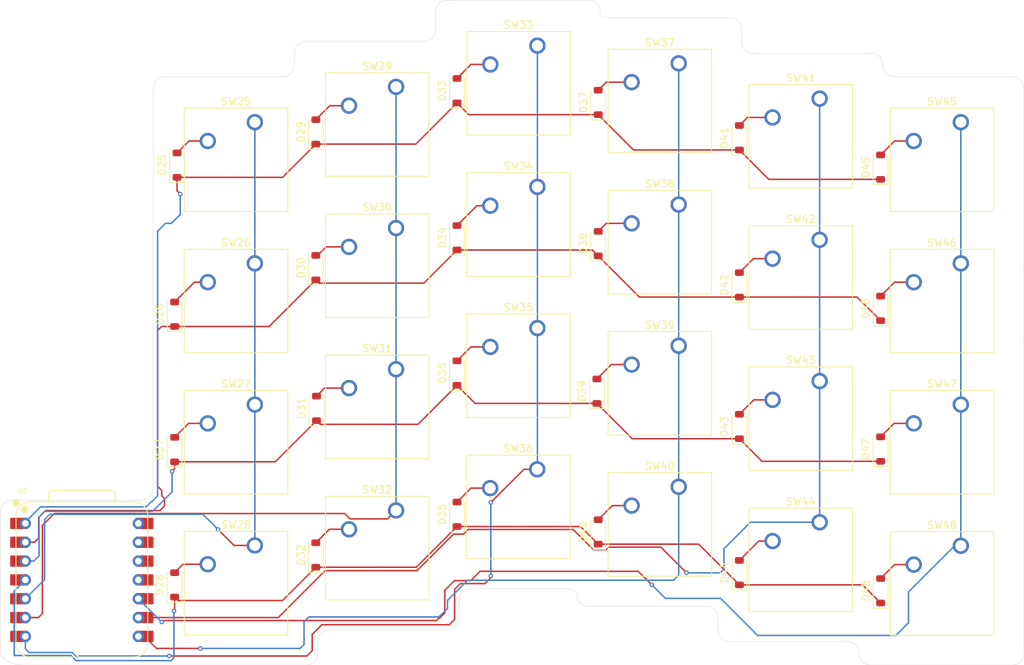
<source format=kicad_pcb>
(kicad_pcb (version 20241229) (generator "pcbnew") (generator_version "9.0")
  (layers (0 "F.Cu" signal) (2 "B.Cu" signal) (13 "F.Paste" user) (15 "B.Paste" user) (5 "F.SilkS" user "F.Silkscreen") (7 "B.SilkS" user "B.Silkscreen") (1 "F.Mask" user) (3 "B.Mask" user) (25 "Edge.Cuts" user))
  (net 0 "")
  (net 1 "Row4")
  (net 2 "Net-(D25-A)")
  (net 3 "Row5")
  (net 4 "Net-(D26-A)")
  (net 5 "Net-(D27-A)")
  (net 6 "Row6")
  (net 7 "Net-(D28-A)")
  (net 8 "Row7")
  (net 9 "Net-(D29-A)")
  (net 10 "Net-(D30-A)")
  (net 11 "Net-(D31-A)")
  (net 12 "Net-(D32-A)")
  (net 13 "Net-(D33-A)")
  (net 14 "Net-(D34-A)")
  (net 15 "Net-(D35-A)")
  (net 16 "Net-(D36-A)")
  (net 17 "Net-(D37-A)")
  (net 18 "Net-(D38-A)")
  (net 19 "Net-(D39-A)")
  (net 20 "Net-(D40-A)")
  (net 21 "Net-(D41-A)")
  (net 22 "Net-(D42-A)")
  (net 23 "Net-(D43-A)")
  (net 24 "Net-(D44-A)")
  (net 25 "Net-(D45-A)")
  (net 26 "Net-(D46-A)")
  (net 27 "Net-(D47-A)")
  (net 28 "Net-(D48-A)")
  (net 29 "Col6")
  (net 30 "Col7")
  (net 31 "Col8")
  (net 32 "Col9")
  (net 33 "Col10")
  (net 34 "Col11")
  (footprint "Diode_SMD:D_SOD-123" (layer "F.Cu") (at 149.07 66.54 90)
    (property "Reference" "D38")
    (property "Value" "D")
  )
  (footprint "Diode_SMD:D_SOD-123" (layer "F.Cu") (at 168.12 52.2525 90)
    (property "Reference" "D41")
    (property "Value" "D")
  )
  (footprint "Diode_SMD:D_SOD-123" (layer "F.Cu") (at 168.12 72.09625 90)
    (property "Reference" "D42")
    (property "Value" "D")
  )
  (footprint "Diode_SMD:D_SOD-123" (layer "F.Cu") (at 168.12 110.9275 90)
    (property "Reference" "D44")
    (property "Value" "D")
  )
  (footprint "Taps Keyboard shit:SW_Cherry_MX_1.00u_PCB" (layer "F.Cu") (at 121.7975 64.4375)
    (property "Reference" "SW30")
    (property "Value" "SW_Push_45deg")
  )
  (footprint "Taps Keyboard shit:SW_Cherry_MX_1.00u_PCB" (layer "F.Cu") (at 159.9275 61.265)
    (property "Reference" "SW38")
    (property "Value" "SW_Push_45deg")
  )
  (footprint "Diode_SMD:D_SOD-123" (layer "F.Cu") (at 92.2525 55.95 90)
    (property "Reference" "D25")
    (property "Value" "D")
  )
  (footprint "Diode_SMD:D_SOD-123" (layer "F.Cu") (at 148.895 86.44625 90)
    (property "Reference" "D39")
    (property "Value" "D")
  )
  (footprint "Diode_SMD:D_SOD-123" (layer "F.Cu") (at 149.07 105.43375 90)
    (property "Reference" "D40")
    (property "Value" "D")
  )
  (footprint "Taps Keyboard shit:SW_Cherry_MX_1.00u_PCB" (layer "F.Cu") (at 140.8675 39.82625)
    (property "Reference" "SW33")
    (property "Value" "SW_Push_45deg")
  )
  (footprint "Taps Keyboard shit:SW_Cherry_MX_1.00u_PCB" (layer "F.Cu") (at 197.9925 69.2025)
    (property "Reference" "SW46")
    (property "Value" "SW_Push_45deg")
  )
  (footprint "Taps Keyboard shit:SW_Cherry_MX_1.00u_PCB" (layer "F.Cu") (at 102.7425 107.255)
    (property "Reference" "SW28")
    (property "Value" "SW_Push_45deg")
  )
  (footprint "Taps Keyboard shit:SW_Cherry_MX_1.00u_PCB" (layer "F.Cu") (at 197.9925 50.1525)
    (property "Reference" "SW45")
    (property "Value" "SW_Push_45deg")
  )
  (footprint "Diode_SMD:D_SOD-123" (layer "F.Cu") (at 130.02 84.0025 90)
    (property "Reference" "D35")
    (property "Value" "D")
  )
  (footprint "Taps Keyboard shit:SW_Cherry_MX_1.00u_PCB" (layer "F.Cu") (at 178.9425 104.1275)
    (property "Reference" "SW44")
    (property "Value" "SW_Push_45deg")
  )
  (footprint "Taps Keyboard shit:SW_Cherry_MX_1.00u_PCB" (layer "F.Cu") (at 140.8625 77.93375)
    (property "Reference" "SW35")
    (property "Value" "SW_Push_45deg")
  )
  (footprint "Diode_SMD:D_SOD-123" (layer "F.Cu") (at 187.17 113.37125 90)
    (property "Reference" "D48")
    (property "Value" "D")
  )
  (footprint "Diode_SMD:D_SOD-123" (layer "F.Cu") (at 110.97 108.54625 90)
    (property "Reference" "D32")
    (property "Value" "D")
  )
  (footprint "Diode_SMD:D_SOD-123" (layer "F.Cu") (at 91.92 94.32125 90)
    (property "Reference" "D27")
    (property "Value" "D")
  )
  (footprint "Taps Keyboard shit:SW_Cherry_MX_1.00u_PCB" (layer "F.Cu") (at 178.9425 66.0275)
    (property "Reference" "SW42")
    (property "Value" "SW_Push_45deg")
  )
  (footprint "Diode_SMD:D_SOD-123" (layer "F.Cu") (at 110.97 51.45875 90)
    (property "Reference" "D29")
    (property "Value" "D")
  )
  (footprint "Taps Keyboard shit:SW_Cherry_MX_1.00u_PCB" (layer "F.Cu") (at 178.9425 85.0775)
    (property "Reference" "SW43")
    (property "Value" "SW_Push_45deg")
  )
  (footprint "Diode_SMD:D_SOD-123" (layer "F.Cu") (at 91.92 112.5775 90)
    (property "Reference" "D28")
    (property "Value" "D")
  )
  (footprint "Taps Keyboard shit:SW_Cherry_MX_1.00u_PCB" (layer "F.Cu") (at 197.9925 88.2525)
    (property "Reference" "SW47")
    (property "Value" "SW_Push_45deg")
  )
  (footprint "Taps Keyboard shit:SW_Cherry_MX_1.00u_PCB" (layer "F.Cu") (at 140.8425 96.98375)
    (property "Reference" "SW36")
    (property "Value" "SW_Push_45deg")
  )
  (footprint "Taps Keyboard shit:SW_Cherry_MX_1.00u_PCB" (layer "F.Cu") (at 178.9425 46.9775)
    (property "Reference" "SW41")
    (property "Value" "SW_Push_45deg")
  )
  (footprint "Taps Keyboard shit:SW_Cherry_MX_1.00u_PCB" (layer "F.Cu") (at 102.7475 69.2025)
    (property "Reference" "SW26")
    (property "Value" "SW_Push_45deg")
  )
  (footprint "Taps Keyboard shit:SW_Cherry_MX_1.00u_PCB" (layer "F.Cu") (at 159.9275 80.315)
    (property "Reference" "SW39")
    (property "Value" "SW_Push_45deg")
  )
  (footprint "Taps Keyboard shit:SW_Cherry_MX_1.00u_PCB" (layer "F.Cu") (at 197.9925 107.3025)
    (property "Reference" "SW48")
    (property "Value" "SW_Push_45deg")
  )
  (footprint "Diode_SMD:D_SOD-123" (layer "F.Cu") (at 187.17 56.22125 90)
    (property "Reference" "D45")
    (property "Value" "D")
  )
  (footprint "XIAO:XIAO-nRF52840-DIP" (layer "F.Cu") (at 79.40625 111.90625)
    (property "Reference" "U2")
    (property "Value" "XIAO-nRF52840-DIP")
  )
  (footprint "Diode_SMD:D_SOD-123" (layer "F.Cu") (at 187.17 75.27125 90)
    (property "Reference" "D46")
    (property "Value" "D")
  )
  (footprint "Diode_SMD:D_SOD-123" (layer "F.Cu") (at 168.12 91.20875 90)
    (property "Reference" "D43")
    (property "Value" "D")
  )
  (footprint "Diode_SMD:D_SOD-123" (layer "F.Cu") (at 130.02 45.9025 90)
    (property "Reference" "D33")
    (property "Value" "D")
  )
  (footprint "Diode_SMD:D_SOD-123" (layer "F.Cu") (at 130.02 65.74625 90)
    (property "Reference" "D34")
    (property "Value" "D")
  )
  (footprint "Taps Keyboard shit:SW_Cherry_MX_1.00u_PCB" (layer "F.Cu") (at 102.7475 88.2525)
    (property "Reference" "SW27")
    (property "Value" "SW_Push_45deg")
  )
  (footprint "Taps Keyboard shit:SW_Cherry_MX_1.00u_PCB" (layer "F.Cu") (at 121.7975 83.4875)
    (property "Reference" "SW31")
    (property "Value" "SW_Push_45deg")
  )
  (footprint "Diode_SMD:D_SOD-123" (layer "F.Cu") (at 110.97 69.7775 90)
    (property "Reference" "D30")
    (property "Value" "D")
  )
  (footprint "Taps Keyboard shit:SW_Cherry_MX_1.00u_PCB" (layer "F.Cu") (at 159.9275 99.3425)
    (property "Reference" "SW40")
    (property "Value" "SW_Push_45deg")
  )
  (footprint "Taps Keyboard shit:SW_Cherry_MX_1.00u_PCB" (layer "F.Cu") (at 159.9275 42.215)
    (property "Reference" "SW37")
    (property "Value" "SW_Push_45deg")
  )
  (footprint "Diode_SMD:D_SOD-123" (layer "F.Cu") (at 149.07 47.49 90)
    (property "Reference" "D37")
    (property "Value" "D")
  )
  (footprint "Taps Keyboard shit:SW_Cherry_MX_1.00u_PCB" (layer "F.Cu") (at 121.7975 45.3875)
    (property "Reference" "SW29")
    (property "Value" "SW_Push_45deg")
  )
  (footprint "Taps Keyboard shit:SW_Cherry_MX_1.00u_PCB" (layer "F.Cu") (at 121.7975 102.5375)
    (property "Reference" "SW32")
    (property "Value" "SW_Push_45deg")
  )
  (footprint "Diode_SMD:D_SOD-123" (layer "F.Cu") (at 130.02 103.0525 90)
    (property "Reference" "D36")
    (property "Value" "D")
  )
  (footprint "Diode_SMD:D_SOD-123" (layer "F.Cu") (at 91.92 76.065 90)
    (property "Reference" "D26")
    (property "Value" "D")
  )
  (footprint "Taps Keyboard shit:SW_Cherry_MX_1.00u_PCB" (layer "F.Cu") (at 140.8625 58.88375)
    (property "Reference" "SW34")
    (property "Value" "SW_Push_45deg")
  )
  (footprint "Taps Keyboard shit:SW_Cherry_MX_1.00u_PCB" (layer "F.Cu") (at 102.7475 50.1525)
    (property "Reference" "SW25")
    (property "Value" "SW_Push_45deg")
  )
  (footprint "Diode_SMD:D_SOD-123" (layer "F.Cu") (at 187.17 94.25875 90)
    (property "Reference" "D47")
    (property "Value" "D")
  )
  (footprint "Diode_SMD:D_SOD-123" (layer "F.Cu") (at 111.06375 88.765 90)
    (property "Reference" "D31")
    (property "Value" "D")
  )
  (gr_curve (pts (xy 89.02625 99.5825) (xy 89.02625 101.17) (xy 87.43875 101.17) (xy 87.43875 101.17)) (stroke (width 0.05)) (layer "Edge.Cuts"))
  (gr_curve (pts (xy 125.53875 39.2575) (xy 127.12625 39.2575) (xy 127.12625 37.67) (xy 127.12625 37.67)) (stroke (width 0.05)) (layer "Edge.Cuts"))
  (gr_line (start 168.40125 38.46375) (end 168.40125 39.2575) (stroke (width 0.05)) (layer "Edge.Cuts"))
  (gr_curve (pts (xy 111.25125 121.8075) (xy 111.25125 123.395) (xy 109.66375 123.395) (xy 109.66375 123.395)) (stroke (width 0.05)) (layer "Edge.Cuts"))
  (gr_line (start 111.25125 120.22) (end 111.25125 121.8075) (stroke (width 0.05)) (layer "Edge.Cuts"))
  (gr_line (start 204.91375 44.02) (end 189.03875 44.02) (stroke (width 0.05)) (layer "Edge.Cuts"))
  (gr_line (start 165.22625 117.045) (end 165.22625 118.6325) (stroke (width 0.05)) (layer "Edge.Cuts"))
  (gr_line (start 163.63875 115.4575) (end 147.76375 115.4575) (stroke (width 0.05)) (layer "Edge.Cuts"))
  (gr_curve (pts (xy 144.58875 113.07625) (xy 146.17625 113.07625) (xy 146.17625 113.87) (xy 146.17625 113.87)) (stroke (width 0.05)) (layer "Edge.Cuts"))
  (gr_line (start 206.5025 54.9525) (end 206.499604 71.239304) (stroke (width 0.05)) (layer "Edge.Cuts"))
  (gr_line (start 68.38875 121.8075) (end 68.38875 102.7575) (stroke (width 0.05)) (layer "Edge.Cuts"))
  (gr_curve (pts (xy 128.71375 33.70125) (xy 127.12625 33.70125) (xy 127.12625 35.28875) (xy 127.12625 35.28875)) (stroke (width 0.05)) (layer "Edge.Cuts"))
  (gr_line (start 91.12625 123.395) (end 71.7575 123.395) (stroke (width 0.05)) (layer "Edge.Cuts"))
  (gr_line (start 109.66375 123.395) (end 91.12625 123.395) (stroke (width 0.05)) (layer "Edge.Cuts"))
  (gr_curve (pts (xy 189.03875 44.02) (xy 187.45125 44.02) (xy 187.45125 42.4325) (xy 187.45125 42.4325)) (stroke (width 0.05)) (layer "Edge.Cuts"))
  (gr_curve (pts (xy 150.145 36.0825) (xy 149.35125 36.0825) (xy 149.35125 35.28875) (xy 149.35125 35.28875)) (stroke (width 0.05)) (layer "Edge.Cuts"))
  (gr_curve (pts (xy 147.765 33.695) (xy 149.3525 33.695) (xy 149.3525 35.2825) (xy 149.3525 35.2825)) (stroke (width 0.05)) (layer "Edge.Cuts"))
  (gr_curve (pts (xy 71.7575 123.395) (xy 68.90125 123.395) (xy 68.38875 121.8075) (xy 68.38875 121.8075)) (stroke (width 0.05)) (layer "Edge.Cuts"))
  (gr_line (start 182.68875 120.22) (end 166.81375 120.22) (stroke (width 0.05)) (layer "Edge.Cuts"))
  (gr_curve (pts (xy 185.86375 40.845) (xy 187.45125 40.845) (xy 187.45125 42.4325) (xy 187.45125 42.4325)) (stroke (width 0.05)) (layer "Edge.Cuts"))
  (gr_line (start 108.07625 40.845) (end 108.07625 42.4325) (stroke (width 0.05)) (layer "Edge.Cuts"))
  (gr_curve (pts (xy 68.38875 102.7575) (xy 68.38875 101.17) (xy 69.97625 101.17) (xy 69.97625 101.17)) (stroke (width 0.05)) (layer "Edge.Cuts"))
  (gr_curve (pts (xy 166.81375 120.22) (xy 165.22625 120.22) (xy 165.22625 118.6325) (xy 165.22625 118.6325)) (stroke (width 0.05)) (layer "Edge.Cuts"))
  (gr_curve (pts (xy 166.81375 36.0825) (xy 168.40125 36.0825) (xy 168.40125 37.67) (xy 168.40125 37.67)) (stroke (width 0.05)) (layer "Edge.Cuts"))
  (gr_line (start 69.97625 101.17) (end 87.43875 101.17) (stroke (width 0.05)) (layer "Edge.Cuts"))
  (gr_curve (pts (xy 109.66375 39.2575) (xy 108.07625 39.2575) (xy 108.07625 40.845) (xy 108.07625 40.845)) (stroke (width 0.05)) (layer "Edge.Cuts"))
  (gr_line (start 206.503427 54.9525) (end 206.50125 45.6075) (stroke (width 0.05)) (layer "Edge.Cuts"))
  (gr_curve (pts (xy 206.50125 121.8075) (xy 206.50125 123.395) (xy 204.91375 123.395) (xy 204.91375 123.395)) (stroke (width 0.05)) (layer "Edge.Cuts"))
  (gr_line (start 128.71375 118.6325) (end 112.83875 118.6325) (stroke (width 0.05)) (layer "Edge.Cuts"))
  (gr_line (start 206.502505 71.239304) (end 206.50125 112.2525) (stroke (width 0.05)) (layer "Edge.Cuts"))
  (gr_curve (pts (xy 204.91375 44.02) (xy 206.50125 44.02) (xy 206.50125 45.6075) (xy 206.50125 45.6075)) (stroke (width 0.05)) (layer "Edge.Cuts"))
  (gr_line (start 166.81375 36.0825) (end 150.145 36.0825) (stroke (width 0.05)) (layer "Edge.Cuts"))
  (gr_line (start 127.12625 35.28875) (end 127.12625 37.67) (stroke (width 0.05)) (layer "Edge.Cuts"))
  (gr_line (start 144.58875 113.07625) (end 131.88875 113.07625) (stroke (width 0.05)) (layer "Edge.Cuts"))
  (gr_curve (pts (xy 130.30125 117.045) (xy 130.30125 118.6325) (xy 128.71375 118.6325) (xy 128.71375 118.6325)) (stroke (width 0.05)) (layer "Edge.Cuts"))
  (gr_line (start 130.30125 117.045) (end 130.30125 114.66375) (stroke (width 0.05)) (layer "Edge.Cuts"))
  (gr_line (start 206.50125 112.2525) (end 206.50125 121.8075) (stroke (width 0.05)) (layer "Edge.Cuts"))
  (gr_curve (pts (xy 168.40125 39.2575) (xy 168.40125 40.845) (xy 169.98875 40.845) (xy 169.98875 40.845)) (stroke (width 0.05)) (layer "Edge.Cuts"))
  (gr_line (start 168.40125 38.46375) (end 168.40125 37.67) (stroke (width 0.05)) (layer "Edge.Cuts"))
  (gr_line (start 147.76375 33.70125) (end 128.71375 33.70125) (stroke (width 0.05)) (layer "Edge.Cuts"))
  (gr_curve (pts (xy 106.48875 44.02) (xy 108.07625 44.02) (xy 108.07625 42.4325) (xy 108.07625 42.4325)) (stroke (width 0.05)) (layer "Edge.Cuts"))
  (gr_curve (pts (xy 90.61375 44.02) (xy 89.02625 44.02) (xy 89.02625 45.6075) (xy 89.02625 45.6075)) (stroke (width 0.05)) (layer "Edge.Cuts"))
  (gr_curve (pts (xy 111.25125 120.22) (xy 111.25125 118.6325) (xy 112.83875 118.6325) (xy 112.83875 118.6325)) (stroke (width 0.05)) (layer "Edge.Cuts"))
  (gr_line (start 89.02625 99.5825) (end 89.02625 45.6075) (stroke (width 0.05)) (layer "Edge.Cuts"))
  (gr_curve (pts (xy 147.76375 115.4575) (xy 146.17625 115.4575) (xy 146.17625 113.87) (xy 146.17625 113.87)) (stroke (width 0.05)) (layer "Edge.Cuts"))
  (gr_curve (pts (xy 163.63875 115.4575) (xy 165.22625 115.4575) (xy 165.22625 117.045) (xy 165.22625 117.045)) (stroke (width 0.05)) (layer "Edge.Cuts"))
  (gr_line (start 185.86375 40.845) (end 169.98875 40.845) (stroke (width 0.05)) (layer "Edge.Cuts"))
  (gr_line (start 204.91375 123.395) (end 185.86375 123.395) (stroke (width 0.05)) (layer "Edge.Cuts"))
  (gr_line (start 125.53875 39.2575) (end 109.66375 39.2575) (stroke (width 0.05)) (layer "Edge.Cuts"))
  (gr_curve (pts (xy 182.68875 120.22) (xy 184.27625 120.22) (xy 184.27625 121.8075) (xy 184.27625 121.8075)) (stroke (width 0.05)) (layer "Edge.Cuts"))
  (gr_curve (pts (xy 185.86375 123.395) (xy 184.27625 123.395) (xy 184.27625 121.8075) (xy 184.27625 121.8075)) (stroke (width 0.05)) (layer "Edge.Cuts"))
  (gr_curve (pts (xy 130.30125 114.66375) (xy 130.30125 113.07625) (xy 131.88875 113.07625) (xy 131.88875 113.07625)) (stroke (width 0.05)) (layer "Edge.Cuts"))
  (gr_line (start 106.48875 44.02) (end 90.61375 44.02) (stroke (width 0.05)) (layer "Edge.Cuts"))
  (segment (start 124.46375 53.10875) (end 110.97 53.10875) (width 0.2) (layer "F.Cu") (net 1))
  (segment (start 149.07 49.14) (end 131.6075 49.14) (width 0.2) (layer "F.Cu") (net 1))
  (segment (start 187.17 57.87125) (end 172.08875 57.87125) (width 0.2) (layer "F.Cu") (net 1))
  (segment (start 92.2525 57.6) (end 92.2525 59.4225) (width 0.2) (layer "F.Cu") (net 1))
  (segment (start 130.02 47.5525) (end 124.46375 53.10875) (width 0.2) (layer "F.Cu") (net 1))
  (segment (start 131.6075 49.14) (end 130.02 47.5525) (width 0.2) (layer "F.Cu") (net 1))
  (segment (start 153.8325 53.9025) (end 149.07 49.14) (width 0.2) (layer "F.Cu") (net 1))
  (segment (start 106.47875 57.6) (end 92.2525 57.6) (width 0.2) (layer "F.Cu") (net 1))
  (segment (start 110.97 53.10875) (end 106.47875 57.6) (width 0.2) (layer "F.Cu") (net 1))
  (segment (start 168.12 53.9025) (end 153.8325 53.9025) (width 0.2) (layer "F.Cu") (net 1))
  (segment (start 172.08875 57.87125) (end 168.12 53.9025) (width 0.2) (layer "F.Cu") (net 1))
  (segment (start 92.2525 59.4225) (end 92.6825 59.8525) (width 0.2) (layer "F.Cu") (net 1))
  (via (at 92.6825 59.8525) (size 0.6) (drill 0.3) (layers "F.Cu" "B.Cu") (net 1))
  (segment (start 90.6825 63.8025) (end 89.62725 64.85775) (width 0.2) (layer "B.Cu") (net 1))
  (segment (start 89.62725 100.568864) (end 88.86706 101.329054) (width 0.2) (layer "B.Cu") (net 1))
  (segment (start 92.6825 62.6025) (end 91.4825 63.8025) (width 0.2) (layer "B.Cu") (net 1))
  (segment (start 88.0825 102.0525) (end 73.8325 102.0525) (width 0.2) (layer "B.Cu") (net 1))
  (segment (start 92.6825 59.8525) (end 92.6825 62.6025) (width 0.2) (layer "B.Cu") (net 1))
  (segment (start 73.8325 102.0525) (end 71.78625 104.09875) (width 0.2) (layer "B.Cu") (net 1))
  (segment (start 89.62725 64.85775) (end 89.62725 100.568864) (width 0.2) (layer "B.Cu") (net 1))
  (segment (start 71.78625 104.09875) (end 71.78625 104.28625) (width 0.2) (layer "B.Cu") (net 1))
  (segment (start 88.805946 101.329054) (end 88.0825 102.0525) (width 0.2) (layer "B.Cu") (net 1))
  (segment (start 88.86706 101.329054) (end 88.805946 101.329054) (width 0.2) (layer "B.Cu") (net 1))
  (segment (start 91.4825 63.8025) (end 90.6825 63.8025) (width 0.2) (layer "B.Cu") (net 1))
  (segment (start 93.86 52.6925) (end 92.2525 54.3) (width 0.2) (layer "F.Cu") (net 2))
  (segment (start 96.3975 52.6925) (end 93.86 52.6925) (width 0.2) (layer "F.Cu") (net 2))
  (segment (start 110.97 71.4275) (end 111.411 71.8685) (width 0.2) (layer "F.Cu") (net 3))
  (segment (start 149.07 68.19) (end 154.62625 73.74625) (width 0.2) (layer "F.Cu") (net 3))
  (segment (start 130.02 67.39625) (end 148.27625 67.39625) (width 0.2) (layer "F.Cu") (net 3))
  (segment (start 89.62725 99.27725) (end 90.17775 99.82775) (width 0.2) (layer "F.Cu") (net 3))
  (segment (start 90.5525 101.9325) (end 89.9325 102.5525) (width 0.2) (layer "F.Cu") (net 3))
  (segment (start 90.16475 77.715) (end 89.62725 78.2525) (width 0.2) (layer "F.Cu") (net 3))
  (segment (start 148.27625 67.39625) (end 149.07 68.19) (width 0.2) (layer "F.Cu") (net 3))
  (segment (start 154.62625 73.74625) (end 168.12 73.74625) (width 0.2) (layer "F.Cu") (net 3))
  (segment (start 74.5325 102.5525) (end 73.5825 103.5025) (width 0.2) (layer "F.Cu") (net 3))
  (segment (start 111.411 71.8685) (end 125.54775 71.8685) (width 0.2) (layer "F.Cu") (net 3))
  (segment (start 168.12 73.74625) (end 183.995 73.74625) (width 0.2) (layer "F.Cu") (net 3))
  (segment (start 89.9325 102.5525) (end 74.5325 102.5525) (width 0.2) (layer "F.Cu") (net 3))
  (segment (start 104.6825 77.715) (end 110.97 71.4275) (width 0.2) (layer "F.Cu") (net 3))
  (segment (start 73.00875 106.82625) (end 71.78625 106.82625) (width 0.2) (layer "F.Cu") (net 3))
  (segment (start 91.92 77.715) (end 104.6825 77.715) (width 0.2) (layer "F.Cu") (net 3))
  (segment (start 183.995 73.74625) (end 187.17 76.92125) (width 0.2) (layer "F.Cu") (net 3))
  (segment (start 90.5525 100.9325) (end 90.5525 101.9325) (width 0.2) (layer "F.Cu") (net 3))
  (segment (start 90.17775 99.82775) (end 90.17775 100.55775) (width 0.2) (layer "F.Cu") (net 3))
  (segment (start 73.5825 106.2525) (end 73.00875 106.82625) (width 0.2) (layer "F.Cu") (net 3))
  (segment (start 73.5825 103.5025) (end 73.5825 106.2525) (width 0.2) (layer "F.Cu") (net 3))
  (segment (start 125.54775 71.8685) (end 130.02 67.39625) (width 0.2) (layer "F.Cu") (net 3))
  (segment (start 89.62725 78.2525) (end 89.62725 99.27725) (width 0.2) (layer "F.Cu") (net 3))
  (segment (start 91.92 77.715) (end 90.16475 77.715) (width 0.2) (layer "F.Cu") (net 3))
  (segment (start 90.17775 100.55775) (end 90.5525 100.9325) (width 0.2) (layer "F.Cu") (net 3))
  (segment (start 96.3975 71.7425) (end 94.5925 71.7425) (width 0.2) (layer "F.Cu") (net 4))
  (segment (start 94.5925 71.7425) (end 91.92 74.415) (width 0.2) (layer "F.Cu") (net 4))
  (segment (start 96.3975 90.7925) (end 93.79875 90.7925) (width 0.2) (layer "F.Cu") (net 5))
  (segment (start 93.79875 90.7925) (end 91.92 92.67125) (width 0.2) (layer "F.Cu") (net 5))
  (segment (start 91.92 96.915) (end 91.5825 97.2525) (width 0.2) (layer "F.Cu") (net 6))
  (segment (start 111.56725 90.9185) (end 111.06375 90.415) (width 0.2) (layer "F.Cu") (net 6))
  (segment (start 132.46375 88.09625) (end 130.02 85.6525) (width 0.2) (layer "F.Cu") (net 6))
  (segment (start 171.17 95.90875) (end 168.12 92.85875) (width 0.2) (layer "F.Cu") (net 6))
  (segment (start 105.5075 95.97125) (end 91.92 95.97125) (width 0.2) (layer "F.Cu") (net 6))
  (segment (start 130.02 85.6525) (end 124.754 90.9185) (width 0.2) (layer "F.Cu") (net 6))
  (segment (start 111.06375 90.415) (end 105.5075 95.97125) (width 0.2) (layer "F.Cu") (net 6))
  (segment (start 153.6575 92.85875) (end 148.895 88.09625) (width 0.2) (layer "F.Cu") (net 6))
  (segment (start 91.92 95.97125) (end 91.92 96.915) (width 0.2) (layer "F.Cu") (net 6))
  (segment (start 187.17 95.90875) (end 171.17 95.90875) (width 0.2) (layer "F.Cu") (net 6))
  (segment (start 168.12 92.85875) (end 153.6575 92.85875) (width 0.2) (layer "F.Cu") (net 6))
  (segment (start 148.895 88.09625) (end 132.46375 88.09625) (width 0.2) (layer "F.Cu") (net 6))
  (segment (start 124.754 90.9185) (end 111.56725 90.9185) (width 0.2) (layer "F.Cu") (net 6))
  (via (at 91.5825 97.2525) (size 0.6) (drill 0.3) (layers "F.Cu" "B.Cu") (net 6))
  (segment (start 73.6325 108.6525) (end 72.91875 109.36625) (width 0.2) (layer "B.Cu") (net 6))
  (segment (start 74.3825 102.6525) (end 73.6325 103.4025) (width 0.2) (layer "B.Cu") (net 6))
  (segment (start 91.5825 97.2525) (end 91.5825 100.0225) (width 0.2) (layer "B.Cu") (net 6))
  (segment (start 72.91875 109.36625) (end 71.78625 109.36625) (width 0.2) (layer "B.Cu") (net 6))
  (segment (start 91.5825 100.0225) (end 88.9525 102.6525) (width 0.2) (layer "B.Cu") (net 6))
  (segment (start 73.6325 103.4025) (end 73.6325 108.6525) (width 0.2) (layer "B.Cu") (net 6))
  (segment (start 88.9525 102.6525) (end 74.3825 102.6525) (width 0.2) (layer "B.Cu") (net 6))
  (segment (start 93.0525 109.795) (end 91.92 110.9275) (width 0.2) (layer "F.Cu") (net 7))
  (segment (start 96.3925 109.795) (end 93.0525 109.795) (width 0.2) (layer "F.Cu") (net 7))
  (segment (start 124.52625 110.19625) (end 110.97 110.19625) (width 0.2) (layer "F.Cu") (net 8))
  (segment (start 130.02 104.7025) (end 146.68875 104.7025) (width 0.2) (layer "F.Cu") (net 8))
  (segment (start 146.68875 104.7025) (end 149.07 107.08375) (width 0.2) (layer "F.Cu") (net 8))
  (segment (start 91.92 116.015) (end 91.8325 116.1025) (width 0.2) (layer "F.Cu") (net 8))
  (segment (start 130.02 104.7025) (end 124.52625 110.19625) (width 0.2) (layer "F.Cu") (net 8))
  (segment (start 149.07 107.08375) (end 162.62625 107.08375) (width 0.2) (layer "F.Cu") (net 8))
  (segment (start 91.92 114.2275) (end 91.92 116.015) (width 0.2) (layer "F.Cu") (net 8))
  (segment (start 92.3785 114.686) (end 106.48025 114.686) (width 0.2) (layer "F.Cu") (net 8))
  (segment (start 162.62625 107.08375) (end 168.12 112.5775) (width 0.2) (layer "F.Cu") (net 8))
  (segment (start 91.92 114.2275) (end 92.3785 114.686) (width 0.2) (layer "F.Cu") (net 8))
  (segment (start 106.48025 114.686) (end 110.97 110.19625) (width 0.2) (layer "F.Cu") (net 8))
  (segment (start 184.72625 112.5775) (end 187.17 115.02125) (width 0.2) (layer "F.Cu") (net 8))
  (segment (start 168.12 112.5775) (end 184.72625 112.5775) (width 0.2) (layer "F.Cu") (net 8))
  (via (at 91.8325 116.1025) (size 0.6) (drill 0.3) (layers "F.Cu" "B.Cu") (net 8))
  (segment (start 78.6325 122.794) (end 77.941 122.1025) (width 0.2) (layer "B.Cu") (net 8))
  (segment (start 91.8325 116.1025) (end 91.8325 122.4025) (width 0.2) (layer "B.Cu") (net 8))
  (segment (start 70.2825 122.1025) (end 70.2825 113.41) (width 0.2) (layer "B.Cu") (net 8))
  (segment (start 91.441 122.794) (end 78.6325 122.794) (width 0.2) (layer "B.Cu") (net 8))
  (segment (start 77.941 122.1025) (end 70.2825 122.1025) (width 0.2) (layer "B.Cu") (net 8))
  (segment (start 91.8325 122.4025) (end 91.441 122.794) (width 0.2) (layer "B.Cu") (net 8))
  (segment (start 70.2825 113.41) (end 71.78625 111.90625) (width 0.2) (layer "B.Cu") (net 8))
  (segment (start 115.4475 47.9275) (end 112.85125 47.9275) (width 0.2) (layer "F.Cu") (net 9))
  (segment (start 112.85125 47.9275) (end 110.97 49.80875) (width 0.2) (layer "F.Cu") (net 9))
  (segment (start 111.2075 68.1275) (end 110.97 68.1275) (width 0.2) (layer "F.Cu") (net 10))
  (segment (start 112.3575 66.9775) (end 111.2075 68.1275) (width 0.2) (layer "F.Cu") (net 10))
  (segment (start 115.4475 66.9775) (end 112.3575 66.9775) (width 0.2) (layer "F.Cu") (net 10))
  (segment (start 115.4475 86.0275) (end 112.15125 86.0275) (width 0.2) (layer "F.Cu") (net 11))
  (segment (start 112.15125 86.0275) (end 111.06375 87.115) (width 0.2) (layer "F.Cu") (net 11))
  (segment (start 112.78875 105.0775) (end 110.97 106.89625) (width 0.2) (layer "F.Cu") (net 12))
  (segment (start 115.4475 105.0775) (end 112.78875 105.0775) (width 0.2) (layer "F.Cu") (net 12))
  (segment (start 131.90625 42.36625) (end 130.02 44.2525) (width 0.2) (layer "F.Cu") (net 13))
  (segment (start 134.5175 42.36625) (end 131.90625 42.36625) (width 0.2) (layer "F.Cu") (net 13))
  (segment (start 132.6925 61.42375) (end 130.02 64.09625) (width 0.2) (layer "F.Cu") (net 14))
  (segment (start 134.5125 61.42375) (end 132.6925 61.42375) (width 0.2) (layer "F.Cu") (net 14))
  (segment (start 131.89875 80.47375) (end 130.02 82.3525) (width 0.2) (layer "F.Cu") (net 15))
  (segment (start 134.5125 80.47375) (end 131.89875 80.47375) (width 0.2) (layer "F.Cu") (net 15))
  (segment (start 131.89875 99.52375) (end 130.02 101.4025) (width 0.2) (layer "F.Cu") (net 16))
  (segment (start 134.4925 99.52375) (end 131.89875 99.52375) (width 0.2) (layer "F.Cu") (net 16))
  (segment (start 150.155 44.755) (end 149.07 45.84) (width 0.2) (layer "F.Cu") (net 17))
  (segment (start 153.5775 44.755) (end 150.155 44.755) (width 0.2) (layer "F.Cu") (net 17))
  (segment (start 150.155 63.805) (end 149.07 64.89) (width 0.2) (layer "F.Cu") (net 18))
  (segment (start 153.5775 63.805) (end 150.155 63.805) (width 0.2) (layer "F.Cu") (net 18))
  (segment (start 153.5775 82.855) (end 150.83625 82.855) (width 0.2) (layer "F.Cu") (net 19))
  (segment (start 150.83625 82.855) (end 148.895 84.79625) (width 0.2) (layer "F.Cu") (net 19))
  (segment (start 150.97125 101.8825) (end 149.07 103.78375) (width 0.2) (layer "F.Cu") (net 20))
  (segment (start 153.5775 101.8825) (end 150.97125 101.8825) (width 0.2) (layer "F.Cu") (net 20))
  (segment (start 172.5925 49.5175) (end 169.205 49.5175) (width 0.2) (layer "F.Cu") (net 21))
  (segment (start 169.205 49.5175) (end 168.12 50.6025) (width 0.2) (layer "F.Cu") (net 21))
  (segment (start 169.99875 68.5675) (end 168.12 70.44625) (width 0.2) (layer "F.Cu") (net 22))
  (segment (start 172.5925 68.5675) (end 169.99875 68.5675) (width 0.2) (layer "F.Cu") (net 22))
  (segment (start 172.5925 87.6175) (end 170.06125 87.6175) (width 0.2) (layer "F.Cu") (net 23))
  (segment (start 170.06125 87.6175) (end 168.12 89.55875) (width 0.2) (layer "F.Cu") (net 23))
  (segment (start 170.73 106.6675) (end 168.12 109.2775) (width 0.2) (layer "F.Cu") (net 24))
  (segment (start 172.5925 106.6675) (end 170.73 106.6675) (width 0.2) (layer "F.Cu") (net 24))
  (segment (start 189.04875 52.6925) (end 187.17 54.57125) (width 0.2) (layer "F.Cu") (net 25))
  (segment (start 191.6425 52.6925) (end 189.04875 52.6925) (width 0.2) (layer "F.Cu") (net 25))
  (segment (start 189.04875 71.7425) (end 187.17 73.62125) (width 0.2) (layer "F.Cu") (net 26))
  (segment (start 191.6425 71.7425) (end 189.04875 71.7425) (width 0.2) (layer "F.Cu") (net 26))
  (segment (start 188.98625 90.7925) (end 187.17 92.60875) (width 0.2) (layer "F.Cu") (net 27))
  (segment (start 191.6425 90.7925) (end 188.98625 90.7925) (width 0.2) (layer "F.Cu") (net 27))
  (segment (start 191.6425 109.8425) (end 189.04875 109.8425) (width 0.2) (layer "F.Cu") (net 28))
  (segment (start 189.04875 109.8425) (end 187.17 111.72125) (width 0.2) (layer "F.Cu") (net 28))
  (segment (start 102.7425 107.255) (end 99.935 107.255) (width 0.2) (layer "F.Cu") (net 29))
  (segment (start 99.935 107.255) (end 97.7825 105.1025) (width 0.2) (layer "F.Cu") (net 29))
  (via (at 97.7825 105.1025) (size 0.6) (drill 0.3) (layers "F.Cu" "B.Cu") (net 29))
  (segment (start 75.0825 103.0525) (end 74.3825 103.7525) (width 0.2) (layer "B.Cu") (net 29))
  (segment (start 74.3825 103.7525) (end 74.3825 111.85) (width 0.2) (layer "B.Cu") (net 29))
  (segment (start 102.7475 107.25) (end 102.7425 107.255) (width 0.2) (layer "B.Cu") (net 29))
  (segment (start 102.7475 50.1525) (end 102.7475 107.25) (width 0.2) (layer "B.Cu") (net 29))
  (segment (start 74.3825 111.85) (end 71.78625 114.44625) (width 0.2) (layer "B.Cu") (net 29))
  (segment (start 75.0835 103.0535) (end 75.0825 103.0525) (width 0.2) (layer "B.Cu") (net 29))
  (segment (start 97.7825 105.1025) (end 95.7335 103.0535) (width 0.2) (layer "B.Cu") (net 29))
  (segment (start 95.7335 103.0535) (end 75.0835 103.0535) (width 0.2) (layer "B.Cu") (net 29))
  (segment (start 114.8585 102.9525) (end 115.5825 103.6765) (width 0.2) (layer "F.Cu") (net 30))
  (segment (start 115.5825 103.6765) (end 120.6585 103.6765) (width 0.2) (layer "F.Cu") (net 30))
  (segment (start 73.54875 116.98625) (end 74.0825 116.4525) (width 0.2) (layer "F.Cu") (net 30))
  (segment (start 74.0825 116.4525) (end 74.0825 104.5525) (width 0.2) (layer "F.Cu") (net 30))
  (segment (start 120.6585 103.6765) (end 121.7975 102.5375) (width 0.2) (layer "F.Cu") (net 30))
  (segment (start 74.0825 104.5525) (end 75.6825 102.9525) (width 0.2) (layer "F.Cu") (net 30))
  (segment (start 75.6825 102.9525) (end 114.8585 102.9525) (width 0.2) (layer "F.Cu") (net 30))
  (segment (start 71.78625 116.98625) (end 73.54875 116.98625) (width 0.2) (layer "F.Cu") (net 30))
  (segment (start 121.7975 102.5375) (end 121.7975 45.3875) (width 0.2) (layer "B.Cu") (net 30))
  (segment (start 128.985247 117.9525) (end 129.686435 117.251309) (width 0.2) (layer "F.Cu") (net 31))
  (segment (start 129.695436 113.179564) (end 130.4725 112.4025) (width 0.2) (layer "F.Cu") (net 31))
  (segment (start 129.695436 117.163032) (end 129.695436 113.179564) (width 0.2) (layer "F.Cu") (net 31))
  (segment (start 134.5825 111.6025) (end 134.5825 111.3525) (width 0.2) (layer "F.Cu") (net 31))
  (segment (start 91.212485 122.173985) (end 109.761015 122.173985) (width 0.2) (layer "F.Cu") (net 31))
  (segment (start 134.5825 101.4525) (end 139.05125 96.98375) (width 0.2) (layer "F.Cu") (net 31))
  (segment (start 130.4725 112.4025) (end 133.7825 112.4025) (width 0.2) (layer "F.Cu") (net 31))
  (segment (start 109.761015 122.173985) (end 110.4825 121.4525) (width 0.2) (layer "F.Cu") (net 31))
  (segment (start 139.05125 96.98375) (end 140.8425 96.98375) (width 0.2) (layer "F.Cu") (net 31))
  (segment (start 133.7825 112.4025) (end 134.5825 111.6025) (width 0.2) (layer "F.Cu") (net 31))
  (segment (start 110.4825 121.4525) (end 110.4825 119.2525) (width 0.2) (layer "F.Cu") (net 31))
  (segment (start 110.4825 119.2525) (end 111.7825 117.9525) (width 0.2) (layer "F.Cu") (net 31))
  (segment (start 111.7825 117.9525) (end 128.985247 117.9525) (width 0.2) (layer "F.Cu") (net 31))
  (segment (start 129.686435 117.251309) (end 129.695436 117.163032) (width 0.2) (layer "F.Cu") (net 31))
  (via (at 134.5825 111.3525) (size 0.6) (drill 0.3) (layers "F.Cu" "B.Cu") (net 31))
  (via (at 134.5825 101.4525) (size 0.6) (drill 0.3) (layers "F.Cu" "B.Cu") (net 31))
  (via (at 91.212485 122.173985) (size 0.6) (drill 0.3) (layers "F.Cu" "B.Cu") (net 31))
  (segment (start 78.1071 121.7015) (end 78.7986 122.393) (width 0.2) (layer "B.Cu") (net 31))
  (segment (start 140.8675 39.82625) (end 140.8675 96.95875) (width 0.2) (layer "B.Cu") (net 31))
  (segment (start 71.78625 121.20525) (end 72.2825 121.7015) (width 0.2) (layer "B.Cu") (net 31))
  (segment (start 72.2825 121.7015) (end 78.1071 121.7015) (width 0.2) (layer "B.Cu") (net 31))
  (segment (start 134.5825 111.3525) (end 134.5825 101.4525) (width 0.2) (layer "B.Cu") (net 31))
  (segment (start 140.8675 96.95875) (end 140.8425 96.98375) (width 0.2) (layer "B.Cu") (net 31))
  (segment (start 71.78625 119.52625) (end 71.78625 121.20525) (width 0.2) (layer "B.Cu") (net 31))
  (segment (start 79.017615 122.173985) (end 91.212485 122.173985) (width 0.2) (layer "B.Cu") (net 31))
  (segment (start 78.7986 122.393) (end 79.017615 122.173985) (width 0.2) (layer "B.Cu") (net 31))
  (segment (start 87.86125 119.52625) (end 89.4875 121.1525) (width 0.2) (layer "F.Cu") (net 32))
  (segment (start 89.4875 121.1525) (end 90.3825 121.1525) (width 0.2) (layer "F.Cu") (net 32))
  (segment (start 90.3825 121.1525) (end 95.3825 121.1525) (width 0.2) (layer "F.Cu") (net 32))
  (via (at 95.3825 121.1525) (size 0.6) (drill 0.3) (layers "F.Cu" "B.Cu") (net 32))
  (segment (start 127.5825 116.9025) (end 110.0325 116.9025) (width 0.2) (layer "B.Cu") (net 32))
  (segment (start 128.7325 114.672235) (end 128.7325 115.7525) (width 0.2) (layer "B.Cu") (net 32))
  (segment (start 159.2315 111.9535) (end 131.451235 111.9535) (width 0.2) (layer "B.Cu") (net 32))
  (segment (start 131.451235 111.9535) (end 128.7325 114.672235) (width 0.2) (layer "B.Cu") (net 32))
  (segment (start 128.7325 115.7525) (end 127.5825 116.9025) (width 0.2) (layer "B.Cu") (net 32))
  (segment (start 159.9275 99.3425) (end 159.9275 111.2575) (width 0.2) (layer "B.Cu") (net 32))
  (segment (start 109.3825 117.5525) (end 109.3825 120.6025) (width 0.2) (layer "B.Cu") (net 32))
  (segment (start 109.3825 120.6025) (end 108.8325 121.1525) (width 0.2) (layer "B.Cu") (net 32))
  (segment (start 159.9275 99.3425) (end 159.9275 42.215) (width 0.2) (layer "B.Cu") (net 32))
  (segment (start 108.8325 121.1525) (end 95.3825 121.1525) (width 0.2) (layer "B.Cu") (net 32))
  (segment (start 110.0325 116.9025) (end 109.3825 117.5525) (width 0.2) (layer "B.Cu") (net 32))
  (segment (start 159.9275 111.2575) (end 159.2315 111.9535) (width 0.2) (layer "B.Cu") (net 32))
  (segment (start 150.4825 107.48475) (end 150.1325 107.83475) (width 0.2) (layer "F.Cu") (net 33))
  (segment (start 131.5325 105.1035) (end 130.9062 105.7298) (width 0.2) (layer "F.Cu") (net 33))
  (segment (start 124.6371 110.6525) (end 112.2325 110.6525) (width 0.2) (layer "F.Cu") (net 33))
  (segment (start 150.1325 107.83475) (end 148.41475 107.83475) (width 0.2) (layer "F.Cu") (net 33))
  (segment (start 145.6835 105.1035) (end 131.5325 105.1035) (width 0.2) (layer "F.Cu") (net 33))
  (segment (start 112.2325 110.6525) (end 105.89875 116.98625) (width 0.2) (layer "F.Cu") (net 33))
  (segment (start 160.9825 110.9525) (end 157.51475 107.48475) (width 0.2) (layer "F.Cu") (net 33))
  (segment (start 148.41475 107.83475) (end 145.6835 105.1035) (width 0.2) (layer "F.Cu") (net 33))
  (segment (start 105.89875 116.98625) (end 87.86125 116.98625) (width 0.2) (layer "F.Cu") (net 33))
  (segment (start 129.5598 105.7298) (end 124.6371 110.6525) (width 0.2) (layer "F.Cu") (net 33))
  (segment (start 130.9062 105.7298) (end 129.5598 105.7298) (width 0.2) (layer "F.Cu") (net 33))
  (segment (start 157.51475 107.48475) (end 150.4825 107.48475) (width 0.2) (layer "F.Cu") (net 33))
  (via (at 160.9825 110.9525) (size 0.6) (drill 0.3) (layers "F.Cu" "B.Cu") (net 33))
  (segment (start 166.0325 107.7025) (end 166.0325 109.9025) (width 0.2) (layer "B.Cu") (net 33))
  (segment (start 178.9425 46.9775) (end 178.9425 104.1275) (width 0.2) (layer "B.Cu") (net 33))
  (segment (start 166.0325 109.9025) (end 166.0325 110.4525) (width 0.2) (layer "B.Cu") (net 33))
  (segment (start 166.0325 110.4525) (end 165.5325 110.9525) (width 0.2) (layer "B.Cu") (net 33))
  (segment (start 169.6075 104.1275) (end 166.0325 107.7025) (width 0.2) (layer "B.Cu") (net 33))
  (segment (start 165.5325 110.9525) (end 160.9825 110.9525) (width 0.2) (layer "B.Cu") (net 33))
  (segment (start 178.9425 104.1275) (end 169.6075 104.1275) (width 0.2) (layer "B.Cu") (net 33))
  (segment (start 131.8835 112.0015) (end 129.6835 112.0015) (width 0.2) (layer "F.Cu") (net 34))
  (segment (start 127.6825 117.0525) (end 127.5825 117.0525) (width 0.2) (layer "F.Cu") (net 34))
  (segment (start 154.4805 110.7515) (end 133.1335 110.7515) (width 0.2) (layer "F.Cu") (net 34))
  (segment (start 129.6835 112.0015) (end 128.376259 113.308741) (width 0.2) (layer "F.Cu") (net 34))
  (segment (start 127.5825 117.0525) (end 127.24775 117.38725) (width 0.2) (layer "F.Cu") (net 34))
  (segment (start 133.1335 110.7515) (end 131.8835 112.0015) (width 0.2) (layer "F.Cu") (net 34))
  (segment (start 128.3825 116.3525) (end 127.6825 117.0525) (width 0.2) (layer "F.Cu") (net 34))
  (segment (start 90.3815 117.38725) (end 90.1825 117.58625) (width 0.2) (layer "F.Cu") (net 34))
  (segment (start 127.24775 117.38725) (end 90.3815 117.38725) (width 0.2) (layer "F.Cu") (net 34))
  (segment (start 128.376259 116.346259) (end 128.3825 116.3525) (width 0.2) (layer "F.Cu") (net 34))
  (segment (start 128.376259 113.308741) (end 128.376259 116.346259) (width 0.2) (layer "F.Cu") (net 34))
  (segment (start 156.2825 112.5535) (end 154.4805 110.7515) (width 0.2) (layer "F.Cu") (net 34))
  (via (at 156.2825 112.5535) (size 0.6) (drill 0.3) (layers "F.Cu" "B.Cu") (net 34))
  (via (at 90.1825 117.58625) (size 0.6) (drill 0.3) (layers "F.Cu" "B.Cu") (net 34))
  (segment (start 159.0825 114.4025) (end 158.1315 114.4025) (width 0.2) (layer "B.Cu") (net 34))
  (segment (start 197.9925 107.3025) (end 197.15097 107.3025) (width 0.2) (layer "B.Cu") (net 34))
  (segment (start 170.5825 119.4025) (end 169.5825 118.4025) (width 0.2) (layer "B.Cu") (net 34))
  (segment (start 165.5825 114.4025) (end 159.0825 114.4025) (width 0.2) (layer "B.Cu") (net 34))
  (segment (start 190.9325 113.52097) (end 190.9325 117.7025) (width 0.2) (layer "B.Cu") (net 34))
  (segment (start 169.5825 118.4025) (end 165.5825 114.4025) (width 0.2) (layer "B.Cu") (net 34))
  (segment (start 190.9325 117.7025) (end 189.2325 119.4025) (width 0.2) (layer "B.Cu") (net 34))
  (segment (start 186.5325 119.4025) (end 170.5825 119.4025) (width 0.2) (layer "B.Cu") (net 34))
  (segment (start 90.1825 117.58625) (end 90.16625 117.58625) (width 0.2) (layer "B.Cu") (net 34))
  (segment (start 158.1315 114.4025) (end 156.2825 112.5535) (width 0.2) (layer "B.Cu") (net 34))
  (segment (start 197.15097 107.3025) (end 190.9325 113.52097) (width 0.2) (layer "B.Cu") (net 34))
  (segment (start 189.2325 119.4025) (end 186.5325 119.4025) (width 0.2) (layer "B.Cu") (net 34))
  (segment (start 90.16625 117.58625) (end 87.02625 114.44625) (width 0.2) (layer "B.Cu") (net 34))
  (segment (start 197.9925 107.3025) (end 197.9925 50.1525) (width 0.2) (layer "B.Cu") (net 34))
)
</source>
